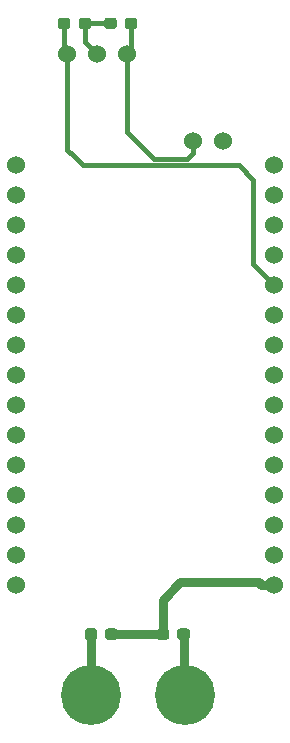
<source format=gbr>
G04 #@! TF.GenerationSoftware,KiCad,Pcbnew,(5.0.0)*
G04 #@! TF.CreationDate,2018-12-19T08:47:06-06:00*
G04 #@! TF.ProjectId,VoltageTransmitter_Hardware,566F6C746167655472616E736D697474,rev?*
G04 #@! TF.SameCoordinates,Original*
G04 #@! TF.FileFunction,Copper,L2,Bot,Signal*
G04 #@! TF.FilePolarity,Positive*
%FSLAX46Y46*%
G04 Gerber Fmt 4.6, Leading zero omitted, Abs format (unit mm)*
G04 Created by KiCad (PCBNEW (5.0.0)) date 12/19/18 08:47:06*
%MOMM*%
%LPD*%
G01*
G04 APERTURE LIST*
G04 #@! TA.AperFunction,ComponentPad*
%ADD10C,1.524000*%
G04 #@! TD*
G04 #@! TA.AperFunction,Conductor*
%ADD11C,0.100000*%
G04 #@! TD*
G04 #@! TA.AperFunction,SMDPad,CuDef*
%ADD12C,0.950000*%
G04 #@! TD*
G04 #@! TA.AperFunction,ComponentPad*
%ADD13C,5.080000*%
G04 #@! TD*
G04 #@! TA.AperFunction,Conductor*
%ADD14C,0.381000*%
G04 #@! TD*
G04 #@! TA.AperFunction,Conductor*
%ADD15C,0.762000*%
G04 #@! TD*
G04 APERTURE END LIST*
D10*
G04 #@! TO.P,U2,1*
G04 #@! TO.N,Din*
X143002000Y-99314000D03*
G04 #@! TO.P,U2,2*
G04 #@! TO.N,Net-(U2-Pad2)*
X143002000Y-96774000D03*
G04 #@! TO.P,U2,3*
G04 #@! TO.N,Net-(U2-Pad3)*
X143002000Y-94234000D03*
G04 #@! TO.P,U2,4*
G04 #@! TO.N,Net-(U2-Pad4)*
X143002000Y-91694000D03*
G04 #@! TO.P,U2,5*
G04 #@! TO.N,Net-(U2-Pad5)*
X143002000Y-89154000D03*
G04 #@! TO.P,U2,6*
G04 #@! TO.N,Net-(U2-Pad6)*
X143002000Y-86614000D03*
G04 #@! TO.P,U2,7*
G04 #@! TO.N,Net-(U2-Pad7)*
X143002000Y-84074000D03*
G04 #@! TO.P,U2,8*
G04 #@! TO.N,Net-(U2-Pad8)*
X143002000Y-81534000D03*
G04 #@! TO.P,U2,9*
G04 #@! TO.N,Net-(U2-Pad9)*
X143002000Y-78994000D03*
G04 #@! TO.P,U2,10*
G04 #@! TO.N,GND*
X143002000Y-76454000D03*
G04 #@! TO.P,U2,11*
G04 #@! TO.N,+3V3*
X143002000Y-73914000D03*
G04 #@! TO.P,U2,12*
G04 #@! TO.N,Net-(U2-Pad12)*
X143002000Y-71374000D03*
G04 #@! TO.P,U2,13*
G04 #@! TO.N,Net-(U2-Pad13)*
X143002000Y-68834000D03*
G04 #@! TO.P,U2,14*
G04 #@! TO.N,Net-(U2-Pad14)*
X143002000Y-66294000D03*
G04 #@! TO.P,U2,15*
G04 #@! TO.N,Net-(U2-Pad15)*
X143002000Y-63754000D03*
G04 #@! TO.P,U2,16*
G04 #@! TO.N,Net-(U2-Pad16)*
X121158000Y-63754000D03*
G04 #@! TO.P,U2,17*
G04 #@! TO.N,Net-(U2-Pad17)*
X121158000Y-66294000D03*
G04 #@! TO.P,U2,18*
G04 #@! TO.N,Net-(U2-Pad18)*
X121158000Y-68834000D03*
G04 #@! TO.P,U2,19*
G04 #@! TO.N,Net-(U2-Pad19)*
X121158000Y-71374000D03*
G04 #@! TO.P,U2,20*
G04 #@! TO.N,Net-(U2-Pad20)*
X121158000Y-73914000D03*
G04 #@! TO.P,U2,21*
G04 #@! TO.N,Net-(U2-Pad21)*
X121158000Y-76454000D03*
G04 #@! TO.P,U2,22*
G04 #@! TO.N,Net-(U2-Pad22)*
X121158000Y-78994000D03*
G04 #@! TO.P,U2,23*
G04 #@! TO.N,Net-(U2-Pad23)*
X121158000Y-81534000D03*
G04 #@! TO.P,U2,24*
G04 #@! TO.N,GND*
X121158000Y-84074000D03*
G04 #@! TO.P,U2,25*
G04 #@! TO.N,Net-(U2-Pad25)*
X121158000Y-86614000D03*
G04 #@! TO.P,U2,26*
G04 #@! TO.N,Net-(U2-Pad26)*
X121158000Y-89154000D03*
G04 #@! TO.P,U2,27*
G04 #@! TO.N,Net-(U2-Pad27)*
X121158000Y-91694000D03*
G04 #@! TO.P,U2,28*
G04 #@! TO.N,Net-(U2-Pad28)*
X121158000Y-94234000D03*
G04 #@! TO.P,U2,29*
G04 #@! TO.N,Net-(U2-Pad29)*
X121158000Y-96774000D03*
G04 #@! TO.P,U2,30*
G04 #@! TO.N,Net-(U2-Pad30)*
X121158000Y-99314000D03*
G04 #@! TD*
D11*
G04 #@! TO.N,Net-(C1-Pad1)*
G04 #@! TO.C,C1*
G36*
X131228412Y-51321479D02*
X131251467Y-51324898D01*
X131274076Y-51330562D01*
X131296020Y-51338414D01*
X131317090Y-51348379D01*
X131337081Y-51360361D01*
X131355801Y-51374245D01*
X131373071Y-51389897D01*
X131388723Y-51407167D01*
X131402607Y-51425887D01*
X131414589Y-51445878D01*
X131424554Y-51466948D01*
X131432406Y-51488892D01*
X131438070Y-51511501D01*
X131441489Y-51534556D01*
X131442633Y-51557835D01*
X131442633Y-52032835D01*
X131441489Y-52056114D01*
X131438070Y-52079169D01*
X131432406Y-52101778D01*
X131424554Y-52123722D01*
X131414589Y-52144792D01*
X131402607Y-52164783D01*
X131388723Y-52183503D01*
X131373071Y-52200773D01*
X131355801Y-52216425D01*
X131337081Y-52230309D01*
X131317090Y-52242291D01*
X131296020Y-52252256D01*
X131274076Y-52260108D01*
X131251467Y-52265772D01*
X131228412Y-52269191D01*
X131205133Y-52270335D01*
X130630133Y-52270335D01*
X130606854Y-52269191D01*
X130583799Y-52265772D01*
X130561190Y-52260108D01*
X130539246Y-52252256D01*
X130518176Y-52242291D01*
X130498185Y-52230309D01*
X130479465Y-52216425D01*
X130462195Y-52200773D01*
X130446543Y-52183503D01*
X130432659Y-52164783D01*
X130420677Y-52144792D01*
X130410712Y-52123722D01*
X130402860Y-52101778D01*
X130397196Y-52079169D01*
X130393777Y-52056114D01*
X130392633Y-52032835D01*
X130392633Y-51557835D01*
X130393777Y-51534556D01*
X130397196Y-51511501D01*
X130402860Y-51488892D01*
X130410712Y-51466948D01*
X130420677Y-51445878D01*
X130432659Y-51425887D01*
X130446543Y-51407167D01*
X130462195Y-51389897D01*
X130479465Y-51374245D01*
X130498185Y-51360361D01*
X130518176Y-51348379D01*
X130539246Y-51338414D01*
X130561190Y-51330562D01*
X130583799Y-51324898D01*
X130606854Y-51321479D01*
X130630133Y-51320335D01*
X131205133Y-51320335D01*
X131228412Y-51321479D01*
X131228412Y-51321479D01*
G37*
D12*
G04 #@! TD*
G04 #@! TO.P,C1,1*
G04 #@! TO.N,Net-(C1-Pad1)*
X130917633Y-51795335D03*
D11*
G04 #@! TO.N,GND*
G04 #@! TO.C,C1*
G36*
X129478412Y-51321479D02*
X129501467Y-51324898D01*
X129524076Y-51330562D01*
X129546020Y-51338414D01*
X129567090Y-51348379D01*
X129587081Y-51360361D01*
X129605801Y-51374245D01*
X129623071Y-51389897D01*
X129638723Y-51407167D01*
X129652607Y-51425887D01*
X129664589Y-51445878D01*
X129674554Y-51466948D01*
X129682406Y-51488892D01*
X129688070Y-51511501D01*
X129691489Y-51534556D01*
X129692633Y-51557835D01*
X129692633Y-52032835D01*
X129691489Y-52056114D01*
X129688070Y-52079169D01*
X129682406Y-52101778D01*
X129674554Y-52123722D01*
X129664589Y-52144792D01*
X129652607Y-52164783D01*
X129638723Y-52183503D01*
X129623071Y-52200773D01*
X129605801Y-52216425D01*
X129587081Y-52230309D01*
X129567090Y-52242291D01*
X129546020Y-52252256D01*
X129524076Y-52260108D01*
X129501467Y-52265772D01*
X129478412Y-52269191D01*
X129455133Y-52270335D01*
X128880133Y-52270335D01*
X128856854Y-52269191D01*
X128833799Y-52265772D01*
X128811190Y-52260108D01*
X128789246Y-52252256D01*
X128768176Y-52242291D01*
X128748185Y-52230309D01*
X128729465Y-52216425D01*
X128712195Y-52200773D01*
X128696543Y-52183503D01*
X128682659Y-52164783D01*
X128670677Y-52144792D01*
X128660712Y-52123722D01*
X128652860Y-52101778D01*
X128647196Y-52079169D01*
X128643777Y-52056114D01*
X128642633Y-52032835D01*
X128642633Y-51557835D01*
X128643777Y-51534556D01*
X128647196Y-51511501D01*
X128652860Y-51488892D01*
X128660712Y-51466948D01*
X128670677Y-51445878D01*
X128682659Y-51425887D01*
X128696543Y-51407167D01*
X128712195Y-51389897D01*
X128729465Y-51374245D01*
X128748185Y-51360361D01*
X128768176Y-51348379D01*
X128789246Y-51338414D01*
X128811190Y-51330562D01*
X128833799Y-51324898D01*
X128856854Y-51321479D01*
X128880133Y-51320335D01*
X129455133Y-51320335D01*
X129478412Y-51321479D01*
X129478412Y-51321479D01*
G37*
D12*
G04 #@! TD*
G04 #@! TO.P,C1,2*
G04 #@! TO.N,GND*
X129167633Y-51795335D03*
D11*
G04 #@! TO.N,GND*
G04 #@! TO.C,C2*
G36*
X127305412Y-51321479D02*
X127328467Y-51324898D01*
X127351076Y-51330562D01*
X127373020Y-51338414D01*
X127394090Y-51348379D01*
X127414081Y-51360361D01*
X127432801Y-51374245D01*
X127450071Y-51389897D01*
X127465723Y-51407167D01*
X127479607Y-51425887D01*
X127491589Y-51445878D01*
X127501554Y-51466948D01*
X127509406Y-51488892D01*
X127515070Y-51511501D01*
X127518489Y-51534556D01*
X127519633Y-51557835D01*
X127519633Y-52032835D01*
X127518489Y-52056114D01*
X127515070Y-52079169D01*
X127509406Y-52101778D01*
X127501554Y-52123722D01*
X127491589Y-52144792D01*
X127479607Y-52164783D01*
X127465723Y-52183503D01*
X127450071Y-52200773D01*
X127432801Y-52216425D01*
X127414081Y-52230309D01*
X127394090Y-52242291D01*
X127373020Y-52252256D01*
X127351076Y-52260108D01*
X127328467Y-52265772D01*
X127305412Y-52269191D01*
X127282133Y-52270335D01*
X126707133Y-52270335D01*
X126683854Y-52269191D01*
X126660799Y-52265772D01*
X126638190Y-52260108D01*
X126616246Y-52252256D01*
X126595176Y-52242291D01*
X126575185Y-52230309D01*
X126556465Y-52216425D01*
X126539195Y-52200773D01*
X126523543Y-52183503D01*
X126509659Y-52164783D01*
X126497677Y-52144792D01*
X126487712Y-52123722D01*
X126479860Y-52101778D01*
X126474196Y-52079169D01*
X126470777Y-52056114D01*
X126469633Y-52032835D01*
X126469633Y-51557835D01*
X126470777Y-51534556D01*
X126474196Y-51511501D01*
X126479860Y-51488892D01*
X126487712Y-51466948D01*
X126497677Y-51445878D01*
X126509659Y-51425887D01*
X126523543Y-51407167D01*
X126539195Y-51389897D01*
X126556465Y-51374245D01*
X126575185Y-51360361D01*
X126595176Y-51348379D01*
X126616246Y-51338414D01*
X126638190Y-51330562D01*
X126660799Y-51324898D01*
X126683854Y-51321479D01*
X126707133Y-51320335D01*
X127282133Y-51320335D01*
X127305412Y-51321479D01*
X127305412Y-51321479D01*
G37*
D12*
G04 #@! TD*
G04 #@! TO.P,C2,2*
G04 #@! TO.N,GND*
X126994633Y-51795335D03*
D11*
G04 #@! TO.N,+3V3*
G04 #@! TO.C,C2*
G36*
X125555412Y-51321479D02*
X125578467Y-51324898D01*
X125601076Y-51330562D01*
X125623020Y-51338414D01*
X125644090Y-51348379D01*
X125664081Y-51360361D01*
X125682801Y-51374245D01*
X125700071Y-51389897D01*
X125715723Y-51407167D01*
X125729607Y-51425887D01*
X125741589Y-51445878D01*
X125751554Y-51466948D01*
X125759406Y-51488892D01*
X125765070Y-51511501D01*
X125768489Y-51534556D01*
X125769633Y-51557835D01*
X125769633Y-52032835D01*
X125768489Y-52056114D01*
X125765070Y-52079169D01*
X125759406Y-52101778D01*
X125751554Y-52123722D01*
X125741589Y-52144792D01*
X125729607Y-52164783D01*
X125715723Y-52183503D01*
X125700071Y-52200773D01*
X125682801Y-52216425D01*
X125664081Y-52230309D01*
X125644090Y-52242291D01*
X125623020Y-52252256D01*
X125601076Y-52260108D01*
X125578467Y-52265772D01*
X125555412Y-52269191D01*
X125532133Y-52270335D01*
X124957133Y-52270335D01*
X124933854Y-52269191D01*
X124910799Y-52265772D01*
X124888190Y-52260108D01*
X124866246Y-52252256D01*
X124845176Y-52242291D01*
X124825185Y-52230309D01*
X124806465Y-52216425D01*
X124789195Y-52200773D01*
X124773543Y-52183503D01*
X124759659Y-52164783D01*
X124747677Y-52144792D01*
X124737712Y-52123722D01*
X124729860Y-52101778D01*
X124724196Y-52079169D01*
X124720777Y-52056114D01*
X124719633Y-52032835D01*
X124719633Y-51557835D01*
X124720777Y-51534556D01*
X124724196Y-51511501D01*
X124729860Y-51488892D01*
X124737712Y-51466948D01*
X124747677Y-51445878D01*
X124759659Y-51425887D01*
X124773543Y-51407167D01*
X124789195Y-51389897D01*
X124806465Y-51374245D01*
X124825185Y-51360361D01*
X124845176Y-51348379D01*
X124866246Y-51338414D01*
X124888190Y-51330562D01*
X124910799Y-51324898D01*
X124933854Y-51321479D01*
X124957133Y-51320335D01*
X125532133Y-51320335D01*
X125555412Y-51321479D01*
X125555412Y-51321479D01*
G37*
D12*
G04 #@! TD*
G04 #@! TO.P,C2,1*
G04 #@! TO.N,+3V3*
X125244633Y-51795335D03*
D13*
G04 #@! TO.P,Conn1,1*
G04 #@! TO.N,GND*
X127507000Y-108686600D03*
G04 #@! TO.P,Conn1,2*
G04 #@! TO.N,Net-(Conn1-Pad2)*
X135508000Y-108686600D03*
G04 #@! TD*
D10*
G04 #@! TO.P,Conn2,1*
G04 #@! TO.N,GND*
X138684000Y-61722000D03*
G04 #@! TO.P,Conn2,2*
G04 #@! TO.N,Net-(C1-Pad1)*
X136144000Y-61722000D03*
G04 #@! TD*
D11*
G04 #@! TO.N,Net-(Conn1-Pad2)*
G04 #@! TO.C,R1*
G36*
X135664779Y-103031144D02*
X135687834Y-103034563D01*
X135710443Y-103040227D01*
X135732387Y-103048079D01*
X135753457Y-103058044D01*
X135773448Y-103070026D01*
X135792168Y-103083910D01*
X135809438Y-103099562D01*
X135825090Y-103116832D01*
X135838974Y-103135552D01*
X135850956Y-103155543D01*
X135860921Y-103176613D01*
X135868773Y-103198557D01*
X135874437Y-103221166D01*
X135877856Y-103244221D01*
X135879000Y-103267500D01*
X135879000Y-103742500D01*
X135877856Y-103765779D01*
X135874437Y-103788834D01*
X135868773Y-103811443D01*
X135860921Y-103833387D01*
X135850956Y-103854457D01*
X135838974Y-103874448D01*
X135825090Y-103893168D01*
X135809438Y-103910438D01*
X135792168Y-103926090D01*
X135773448Y-103939974D01*
X135753457Y-103951956D01*
X135732387Y-103961921D01*
X135710443Y-103969773D01*
X135687834Y-103975437D01*
X135664779Y-103978856D01*
X135641500Y-103980000D01*
X135066500Y-103980000D01*
X135043221Y-103978856D01*
X135020166Y-103975437D01*
X134997557Y-103969773D01*
X134975613Y-103961921D01*
X134954543Y-103951956D01*
X134934552Y-103939974D01*
X134915832Y-103926090D01*
X134898562Y-103910438D01*
X134882910Y-103893168D01*
X134869026Y-103874448D01*
X134857044Y-103854457D01*
X134847079Y-103833387D01*
X134839227Y-103811443D01*
X134833563Y-103788834D01*
X134830144Y-103765779D01*
X134829000Y-103742500D01*
X134829000Y-103267500D01*
X134830144Y-103244221D01*
X134833563Y-103221166D01*
X134839227Y-103198557D01*
X134847079Y-103176613D01*
X134857044Y-103155543D01*
X134869026Y-103135552D01*
X134882910Y-103116832D01*
X134898562Y-103099562D01*
X134915832Y-103083910D01*
X134934552Y-103070026D01*
X134954543Y-103058044D01*
X134975613Y-103048079D01*
X134997557Y-103040227D01*
X135020166Y-103034563D01*
X135043221Y-103031144D01*
X135066500Y-103030000D01*
X135641500Y-103030000D01*
X135664779Y-103031144D01*
X135664779Y-103031144D01*
G37*
D12*
G04 #@! TD*
G04 #@! TO.P,R1,1*
G04 #@! TO.N,Net-(Conn1-Pad2)*
X135354000Y-103505000D03*
D11*
G04 #@! TO.N,Din*
G04 #@! TO.C,R1*
G36*
X133914779Y-103031144D02*
X133937834Y-103034563D01*
X133960443Y-103040227D01*
X133982387Y-103048079D01*
X134003457Y-103058044D01*
X134023448Y-103070026D01*
X134042168Y-103083910D01*
X134059438Y-103099562D01*
X134075090Y-103116832D01*
X134088974Y-103135552D01*
X134100956Y-103155543D01*
X134110921Y-103176613D01*
X134118773Y-103198557D01*
X134124437Y-103221166D01*
X134127856Y-103244221D01*
X134129000Y-103267500D01*
X134129000Y-103742500D01*
X134127856Y-103765779D01*
X134124437Y-103788834D01*
X134118773Y-103811443D01*
X134110921Y-103833387D01*
X134100956Y-103854457D01*
X134088974Y-103874448D01*
X134075090Y-103893168D01*
X134059438Y-103910438D01*
X134042168Y-103926090D01*
X134023448Y-103939974D01*
X134003457Y-103951956D01*
X133982387Y-103961921D01*
X133960443Y-103969773D01*
X133937834Y-103975437D01*
X133914779Y-103978856D01*
X133891500Y-103980000D01*
X133316500Y-103980000D01*
X133293221Y-103978856D01*
X133270166Y-103975437D01*
X133247557Y-103969773D01*
X133225613Y-103961921D01*
X133204543Y-103951956D01*
X133184552Y-103939974D01*
X133165832Y-103926090D01*
X133148562Y-103910438D01*
X133132910Y-103893168D01*
X133119026Y-103874448D01*
X133107044Y-103854457D01*
X133097079Y-103833387D01*
X133089227Y-103811443D01*
X133083563Y-103788834D01*
X133080144Y-103765779D01*
X133079000Y-103742500D01*
X133079000Y-103267500D01*
X133080144Y-103244221D01*
X133083563Y-103221166D01*
X133089227Y-103198557D01*
X133097079Y-103176613D01*
X133107044Y-103155543D01*
X133119026Y-103135552D01*
X133132910Y-103116832D01*
X133148562Y-103099562D01*
X133165832Y-103083910D01*
X133184552Y-103070026D01*
X133204543Y-103058044D01*
X133225613Y-103048079D01*
X133247557Y-103040227D01*
X133270166Y-103034563D01*
X133293221Y-103031144D01*
X133316500Y-103030000D01*
X133891500Y-103030000D01*
X133914779Y-103031144D01*
X133914779Y-103031144D01*
G37*
D12*
G04 #@! TD*
G04 #@! TO.P,R1,2*
G04 #@! TO.N,Din*
X133604000Y-103505000D03*
D11*
G04 #@! TO.N,GND*
G04 #@! TO.C,R2*
G36*
X127818779Y-103031144D02*
X127841834Y-103034563D01*
X127864443Y-103040227D01*
X127886387Y-103048079D01*
X127907457Y-103058044D01*
X127927448Y-103070026D01*
X127946168Y-103083910D01*
X127963438Y-103099562D01*
X127979090Y-103116832D01*
X127992974Y-103135552D01*
X128004956Y-103155543D01*
X128014921Y-103176613D01*
X128022773Y-103198557D01*
X128028437Y-103221166D01*
X128031856Y-103244221D01*
X128033000Y-103267500D01*
X128033000Y-103742500D01*
X128031856Y-103765779D01*
X128028437Y-103788834D01*
X128022773Y-103811443D01*
X128014921Y-103833387D01*
X128004956Y-103854457D01*
X127992974Y-103874448D01*
X127979090Y-103893168D01*
X127963438Y-103910438D01*
X127946168Y-103926090D01*
X127927448Y-103939974D01*
X127907457Y-103951956D01*
X127886387Y-103961921D01*
X127864443Y-103969773D01*
X127841834Y-103975437D01*
X127818779Y-103978856D01*
X127795500Y-103980000D01*
X127220500Y-103980000D01*
X127197221Y-103978856D01*
X127174166Y-103975437D01*
X127151557Y-103969773D01*
X127129613Y-103961921D01*
X127108543Y-103951956D01*
X127088552Y-103939974D01*
X127069832Y-103926090D01*
X127052562Y-103910438D01*
X127036910Y-103893168D01*
X127023026Y-103874448D01*
X127011044Y-103854457D01*
X127001079Y-103833387D01*
X126993227Y-103811443D01*
X126987563Y-103788834D01*
X126984144Y-103765779D01*
X126983000Y-103742500D01*
X126983000Y-103267500D01*
X126984144Y-103244221D01*
X126987563Y-103221166D01*
X126993227Y-103198557D01*
X127001079Y-103176613D01*
X127011044Y-103155543D01*
X127023026Y-103135552D01*
X127036910Y-103116832D01*
X127052562Y-103099562D01*
X127069832Y-103083910D01*
X127088552Y-103070026D01*
X127108543Y-103058044D01*
X127129613Y-103048079D01*
X127151557Y-103040227D01*
X127174166Y-103034563D01*
X127197221Y-103031144D01*
X127220500Y-103030000D01*
X127795500Y-103030000D01*
X127818779Y-103031144D01*
X127818779Y-103031144D01*
G37*
D12*
G04 #@! TD*
G04 #@! TO.P,R2,2*
G04 #@! TO.N,GND*
X127508000Y-103505000D03*
D11*
G04 #@! TO.N,Din*
G04 #@! TO.C,R2*
G36*
X129568779Y-103031144D02*
X129591834Y-103034563D01*
X129614443Y-103040227D01*
X129636387Y-103048079D01*
X129657457Y-103058044D01*
X129677448Y-103070026D01*
X129696168Y-103083910D01*
X129713438Y-103099562D01*
X129729090Y-103116832D01*
X129742974Y-103135552D01*
X129754956Y-103155543D01*
X129764921Y-103176613D01*
X129772773Y-103198557D01*
X129778437Y-103221166D01*
X129781856Y-103244221D01*
X129783000Y-103267500D01*
X129783000Y-103742500D01*
X129781856Y-103765779D01*
X129778437Y-103788834D01*
X129772773Y-103811443D01*
X129764921Y-103833387D01*
X129754956Y-103854457D01*
X129742974Y-103874448D01*
X129729090Y-103893168D01*
X129713438Y-103910438D01*
X129696168Y-103926090D01*
X129677448Y-103939974D01*
X129657457Y-103951956D01*
X129636387Y-103961921D01*
X129614443Y-103969773D01*
X129591834Y-103975437D01*
X129568779Y-103978856D01*
X129545500Y-103980000D01*
X128970500Y-103980000D01*
X128947221Y-103978856D01*
X128924166Y-103975437D01*
X128901557Y-103969773D01*
X128879613Y-103961921D01*
X128858543Y-103951956D01*
X128838552Y-103939974D01*
X128819832Y-103926090D01*
X128802562Y-103910438D01*
X128786910Y-103893168D01*
X128773026Y-103874448D01*
X128761044Y-103854457D01*
X128751079Y-103833387D01*
X128743227Y-103811443D01*
X128737563Y-103788834D01*
X128734144Y-103765779D01*
X128733000Y-103742500D01*
X128733000Y-103267500D01*
X128734144Y-103244221D01*
X128737563Y-103221166D01*
X128743227Y-103198557D01*
X128751079Y-103176613D01*
X128761044Y-103155543D01*
X128773026Y-103135552D01*
X128786910Y-103116832D01*
X128802562Y-103099562D01*
X128819832Y-103083910D01*
X128838552Y-103070026D01*
X128858543Y-103058044D01*
X128879613Y-103048079D01*
X128901557Y-103040227D01*
X128924166Y-103034563D01*
X128947221Y-103031144D01*
X128970500Y-103030000D01*
X129545500Y-103030000D01*
X129568779Y-103031144D01*
X129568779Y-103031144D01*
G37*
D12*
G04 #@! TD*
G04 #@! TO.P,R2,1*
G04 #@! TO.N,Din*
X129258000Y-103505000D03*
D10*
G04 #@! TO.P,U1,1*
G04 #@! TO.N,Net-(C1-Pad1)*
X130556000Y-54356000D03*
G04 #@! TO.P,U1,2*
G04 #@! TO.N,GND*
X128016000Y-54356000D03*
G04 #@! TO.P,U1,3*
G04 #@! TO.N,+3V3*
X125476000Y-54356000D03*
G04 #@! TD*
D14*
G04 #@! TO.N,Net-(C1-Pad1)*
X130917633Y-53994367D02*
X130556000Y-54356000D01*
X130917633Y-51795335D02*
X130917633Y-53994367D01*
X132842000Y-63246000D02*
X135636000Y-63246000D01*
X130556000Y-60960000D02*
X132842000Y-63246000D01*
X130556000Y-54356000D02*
X130556000Y-60960000D01*
X136144000Y-61722000D02*
X136144000Y-62738000D01*
X136144000Y-62738000D02*
X135636000Y-63246000D01*
D15*
G04 #@! TO.N,GND*
X127508000Y-108685600D02*
X127507000Y-108686600D01*
X127508000Y-103505000D02*
X127508000Y-108685600D01*
D14*
G04 #@! TO.N,+3V3*
X125244633Y-54124633D02*
X125476000Y-54356000D01*
X125244633Y-51795335D02*
X125244633Y-54124633D01*
X125476000Y-54356000D02*
X125476000Y-62484000D01*
X125476000Y-62484000D02*
X126057009Y-63065009D01*
D15*
G04 #@! TO.N,Din*
X133604000Y-103505000D02*
X129258000Y-103505000D01*
X141924370Y-99314000D02*
X141732000Y-99121630D01*
X143002000Y-99314000D02*
X141924370Y-99314000D01*
X141732000Y-99121630D02*
X135066370Y-99121630D01*
X133604000Y-100584000D02*
X133604000Y-103505000D01*
X135066370Y-99121630D02*
X133604000Y-100584000D01*
D14*
G04 #@! TO.N,Net-(Conn1-Pad2)*
X135354000Y-108532600D02*
X135508000Y-108686600D01*
D15*
X135354000Y-103505000D02*
X135354000Y-108532600D01*
D14*
G04 #@! TO.N,GND*
X129167633Y-51795335D02*
X126994633Y-51795335D01*
X126994633Y-53334633D02*
X128016000Y-54356000D01*
X126994633Y-51795335D02*
X126994633Y-53334633D01*
G04 #@! TO.N,+3V3*
X142240001Y-73152001D02*
X143002000Y-73914000D01*
X141224000Y-72136000D02*
X142240001Y-73152001D01*
X140027009Y-63827009D02*
X141224000Y-65024000D01*
X126057009Y-63065009D02*
X126819009Y-63827009D01*
X141224000Y-65024000D02*
X141224000Y-72136000D01*
X126819009Y-63827009D02*
X140027009Y-63827009D01*
G04 #@! TD*
M02*

</source>
